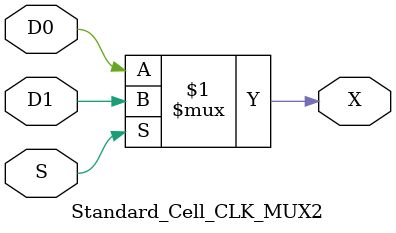
<source format=v>

/*
Copyright (c) 2019 Alibaba Group Holding Limited

Permission is hereby granted, free of charge, to any person obtaining a copy of this software and associated documentation files (the "Software"), to deal in the Software without restriction, including without limitation the rights to use, copy, modify, merge, publish, distribute, sublicense, and/or sell copies of the Software, and to permit persons to whom the Software is furnished to do so, subject to the following conditions:

The above copyright notice and this permission notice shall be included in all copies or substantial portions of the Software.

THE SOFTWARE IS PROVIDED "AS IS", WITHOUT WARRANTY OF ANY KIND, EXPRESS OR IMPLIED, INCLUDING BUT NOT LIMITED TO THE WARRANTIES OF MERCHANTABILITY, FITNESS FOR A PARTICULAR PURPOSE AND NONINFRINGEMENT. IN NO EVENT SHALL THE AUTHORS OR COPYRIGHT HOLDERS BE LIABLE FOR ANY CLAIM, DAMAGES OR OTHER LIABILITY, WHETHER IN AN ACTION OF CONTRACT, TORT OR OTHERWISE, ARISING FROM, OUT OF OR IN CONNECTION WITH THE SOFTWARE OR THE USE OR OTHER DEALINGS IN THE SOFTWARE.

*/
module Standard_Cell_CLK_GATE(
Q, 
CK, 
EN, 
SE
);
   output Q;
   input CK;
   input EN;
   input SE;

wire	E;
reg	q_tmp;
assign E = SE | EN;

always @(E or CK)
begin 
    if(!CK)
	q_tmp = E;
end

assign Q = q_tmp & CK;


endmodule


module Standard_Cell_CLK_MUX2(
X, 
S, 
D0, 
D1
);
   output X;
   input S;
   input D0;
   input D1;

assign X = S ? D1 : D0;

endmodule



</source>
